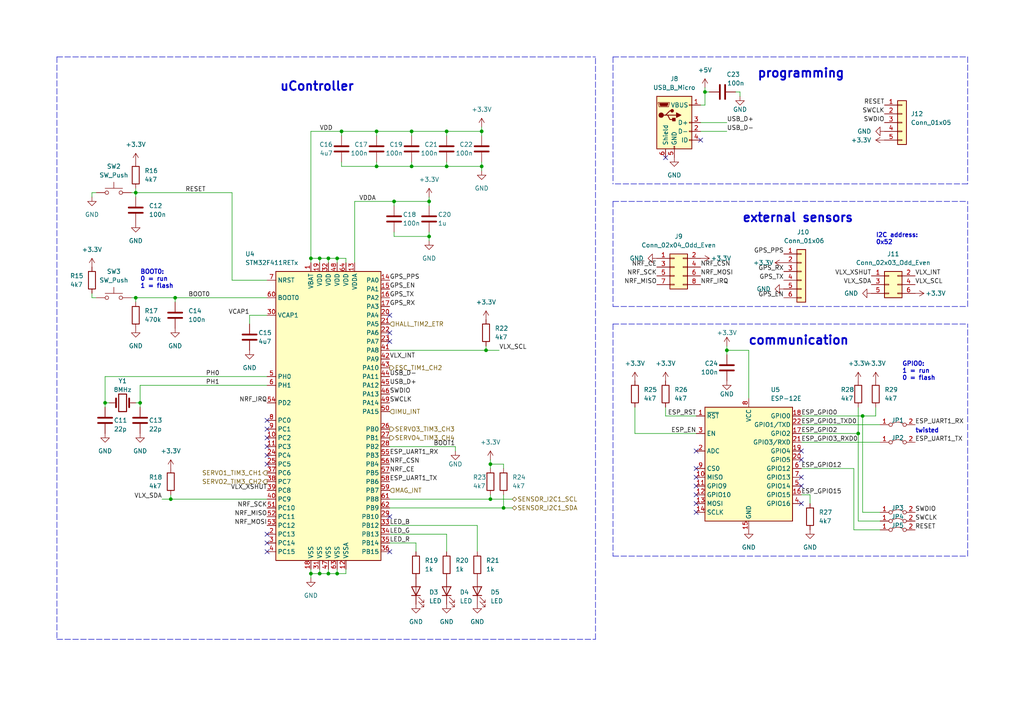
<source format=kicad_sch>
(kicad_sch (version 20211123) (generator eeschema)
  (paper "A4")
  (title_block (title "UAV TVC Goose Flight Controller") (date "2023-07-31") (rev "V2.0"))
  (lib_symbols
    (symbol "Connector:USB_B_Micro" (pin_names (offset 1.016))
      (property "Reference" "J" (at -5.08 11.43 0))
      (property "Value" "USB_B_Micro" (at -5.08 8.89 0))
      (symbol "USB_B_Micro_0_1"
        (rectangle (start -5.08 -7.62) (end 5.08 7.62) (stroke (width 0.254)) (fill (type background)))
        (circle (center -3.81 2.159) (radius 0.635) (stroke (width 0.254)) (fill (type outline)))
        (circle (center -0.635 3.429) (radius 0.381) (stroke (width 0.254)) (fill (type outline)))
        (rectangle (start -0.127 -7.62) (end 0.127 -6.858))
        (polyline (pts (xy -1.905 2.159) (xy 0.635 2.159)) (stroke (width 0.254)))
        (polyline (pts (xy -3.175 2.159) (xy -2.54 2.159) (xy -1.27 3.429) (xy -0.635 3.429)) (stroke (width 0.254)))
        (polyline (pts (xy -2.54 2.159) (xy -1.905 2.159) (xy -1.27 0.889) (xy 0 0.889)) (stroke (width 0.254)))
        (polyline (pts (xy 0.635 2.794) (xy 0.635 1.524) (xy 1.905 2.159) (xy 0.635 2.794)) (stroke (width 0.254)) (fill (type outline)))
        (polyline (pts (xy -4.318 5.588) (xy -1.778 5.588) (xy -2.032 4.826) (xy -4.064 4.826) (xy -4.318 5.588)) (fill (type outline)))
        (polyline (pts (xy -4.699 5.842) (xy -4.699 5.588) (xy -4.445 4.826) (xy -4.445 4.572) (xy -1.651 4.572) (xy -1.651 4.826) (xy -1.397 5.588) (xy -1.397 5.842) (xy -4.699 5.842)))
        (rectangle (start 0.254 1.27) (end -0.508 0.508) (stroke (width 0.254)) (fill (type outline)))
        (rectangle (start 5.08 -5.207) (end 4.318 -4.953))
        (rectangle (start 5.08 -2.667) (end 4.318 -2.413))
        (rectangle (start 5.08 -0.127) (end 4.318 0.127))
        (rectangle (start 5.08 4.953) (end 4.318 5.207))
      )
      (symbol "USB_B_Micro_1_1"
        (pin power_out line (at 7.62 5.08 180) (length 2.54) (name "VBUS") (number "1"))
        (pin bidirectional line (at 7.62 -2.54 180) (length 2.54) (name "D-") (number "2"))
        (pin bidirectional line (at 7.62 0 180) (length 2.54) (name "D+") (number "3"))
        (pin passive line (at 7.62 -5.08 180) (length 2.54) (name "ID") (number "4"))
        (pin power_out line (at 0 -10.16 90) (length 2.54) (name "GND") (number "5"))
        (pin passive line (at -2.54 -10.16 90) (length 2.54) (name "Shield") (number "6"))
      )
    )
    (symbol "Connector_Generic:Conn_01x05" (pin_names (offset 1.016) hide)
      (property "Reference" "J" (at 0 7.62 0))
      (property "Value" "Conn_01x05" (at 0 -7.62 0))
      (symbol "Conn_01x05_1_1"
        (rectangle (start -1.27 -4.953) (end 0 -5.207) (stroke (width 0.1524)))
        (rectangle (start -1.27 -2.413) (end 0 -2.667) (stroke (width 0.1524)))
        (rectangle (start -1.27 0.127) (end 0 -0.127) (stroke (width 0.1524)))
        (rectangle (start -1.27 2.667) (end 0 2.413) (stroke (width 0.1524)))
        (rectangle (start -1.27 5.207) (end 0 4.953) (stroke (width 0.1524)))
        (rectangle (start -1.27 6.35) (end 1.27 -6.35) (stroke (width 0.254)) (fill (type background)))
        (pin passive line (at -5.08 5.08 0) (length 3.81) (name "Pin_1") (number "1"))
        (pin passive line (at -5.08 2.54 0) (length 3.81) (name "Pin_2") (number "2"))
        (pin passive line (at -5.08 0 0) (length 3.81) (name "Pin_3") (number "3"))
        (pin passive line (at -5.08 -2.54 0) (length 3.81) (name "Pin_4") (number "4"))
        (pin passive line (at -5.08 -5.08 0) (length 3.81) (name "Pin_5") (number "5"))
      )
    )
    (symbol "Connector_Generic:Conn_01x06" (pin_names (offset 1.016) hide)
      (property "Reference" "J" (at 0 7.62 0))
      (property "Value" "Conn_01x06" (at 0 -10.16 0))
      (symbol "Conn_01x06_1_1"
        (rectangle (start -1.27 -7.493) (end 0 -7.747) (stroke (width 0.1524)))
        (rectangle (start -1.27 -4.953) (end 0 -5.207) (stroke (width 0.1524)))
        (rectangle (start -1.27 -2.413) (end 0 -2.667) (stroke (width 0.1524)))
        (rectangle (start -1.27 0.127) (end 0 -0.127) (stroke (width 0.1524)))
        (rectangle (start -1.27 2.667) (end 0 2.413) (stroke (width 0.1524)))
        (rectangle (start -1.27 5.207) (end 0 4.953) (stroke (width 0.1524)))
        (rectangle (start -1.27 6.35) (end 1.27 -8.89) (stroke (width 0.254)) (fill (type background)))
        (pin passive line (at -5.08 5.08 0) (length 3.81) (name "Pin_1") (number "1"))
        (pin passive line (at -5.08 2.54 0) (length 3.81) (name "Pin_2") (number "2"))
        (pin passive line (at -5.08 0 0) (length 3.81) (name "Pin_3") (number "3"))
        (pin passive line (at -5.08 -2.54 0) (length 3.81) (name "Pin_4") (number "4"))
        (pin passive line (at -5.08 -5.08 0) (length 3.81) (name "Pin_5") (number "5"))
        (pin passive line (at -5.08 -7.62 0) (length 3.81) (name "Pin_6") (number "6"))
      )
    )
    (symbol "Connector_Generic:Conn_02x03_Odd_Even" (pin_names (offset 1.016) hide)
      (property "Reference" "J" (at 1.27 5.08 0))
      (property "Value" "Conn_02x03_Odd_Even" (at 1.27 -5.08 0))
      (symbol "Conn_02x03_Odd_Even_1_1"
        (rectangle (start -1.27 -2.413) (end 0 -2.667) (stroke (width 0.1524)))
        (rectangle (start -1.27 0.127) (end 0 -0.127) (stroke (width 0.1524)))
        (rectangle (start -1.27 2.667) (end 0 2.413) (stroke (width 0.1524)))
        (rectangle (start -1.27 3.81) (end 3.81 -3.81) (stroke (width 0.254)) (fill (type background)))
        (rectangle (start 3.81 -2.413) (end 2.54 -2.667) (stroke (width 0.1524)))
        (rectangle (start 3.81 0.127) (end 2.54 -0.127) (stroke (width 0.1524)))
        (rectangle (start 3.81 2.667) (end 2.54 2.413) (stroke (width 0.1524)))
        (pin passive line (at -5.08 2.54 0) (length 3.81) (name "Pin_1") (number "1"))
        (pin passive line (at 7.62 2.54 180) (length 3.81) (name "Pin_2") (number "2"))
        (pin passive line (at -5.08 0 0) (length 3.81) (name "Pin_3") (number "3"))
        (pin passive line (at 7.62 0 180) (length 3.81) (name "Pin_4") (number "4"))
        (pin passive line (at -5.08 -2.54 0) (length 3.81) (name "Pin_5") (number "5"))
        (pin passive line (at 7.62 -2.54 180) (length 3.81) (name "Pin_6") (number "6"))
      )
    )
    (symbol "Connector_Generic:Conn_02x04_Odd_Even" (pin_names (offset 1.016) hide)
      (property "Reference" "J" (at 1.27 5.08 0))
      (property "Value" "Conn_02x04_Odd_Even" (at 1.27 -7.62 0))
      (symbol "Conn_02x04_Odd_Even_1_1"
        (rectangle (start -1.27 -4.953) (end 0 -5.207) (stroke (width 0.1524)))
        (rectangle (start -1.27 -2.413) (end 0 -2.667) (stroke (width 0.1524)))
        (rectangle (start -1.27 0.127) (end 0 -0.127) (stroke (width 0.1524)))
        (rectangle (start -1.27 2.667) (end 0 2.413) (stroke (width 0.1524)))
        (rectangle (start -1.27 3.81) (end 3.81 -6.35) (stroke (width 0.254)) (fill (type background)))
        (rectangle (start 3.81 -4.953) (end 2.54 -5.207) (stroke (width 0.1524)))
        (rectangle (start 3.81 -2.413) (end 2.54 -2.667) (stroke (width 0.1524)))
        (rectangle (start 3.81 0.127) (end 2.54 -0.127) (stroke (width 0.1524)))
        (rectangle (start 3.81 2.667) (end 2.54 2.413) (stroke (width 0.1524)))
        (pin passive line (at -5.08 2.54 0) (length 3.81) (name "Pin_1") (number "1"))
        (pin passive line (at 7.62 2.54 180) (length 3.81) (name "Pin_2") (number "2"))
        (pin passive line (at -5.08 0 0) (length 3.81) (name "Pin_3") (number "3"))
        (pin passive line (at 7.62 0 180) (length 3.81) (name "Pin_4") (number "4"))
        (pin passive line (at -5.08 -2.54 0) (length 3.81) (name "Pin_5") (number "5"))
        (pin passive line (at 7.62 -2.54 180) (length 3.81) (name "Pin_6") (number "6"))
        (pin passive line (at -5.08 -5.08 0) (length 3.81) (name "Pin_7") (number "7"))
        (pin passive line (at 7.62 -5.08 180) (length 3.81) (name "Pin_8") (number "8"))
      )
    )
    (symbol "Device:C" (pin_numbers hide) (pin_names (offset 0.254))
      (property "Reference" "C" (at 0.635 2.54 0))
      (property "Value" "C" (at 0.635 -2.54 0))
      (symbol "C_0_1"
        (polyline (pts (xy -2.032 -0.762) (xy 2.032 -0.762)) (stroke (width 0.508)))
        (polyline (pts (xy -2.032 0.762) (xy 2.032 0.762)) (stroke (width 0.508)))
      )
      (symbol "C_1_1"
        (pin passive line (at 0 3.81 270) (length 2.794) (name "~") (number "1"))
        (pin passive line (at 0 -3.81 90) (length 2.794) (name "~") (number "2"))
      )
    )
    (symbol "Device:Crystal" (pin_numbers hide) (pin_names (offset 1.016) hide)
      (property "Reference" "Y" (at 0 3.81 0))
      (property "Value" "Crystal" (at 0 -3.81 0))
      (symbol "Crystal_0_1"
        (rectangle (start -1.143 2.54) (end 1.143 -2.54) (stroke (width 0.3048)))
        (polyline (pts (xy -2.54 0) (xy -1.905 0)))
        (polyline (pts (xy -1.905 -1.27) (xy -1.905 1.27)) (stroke (width 0.508)))
        (polyline (pts (xy 1.905 -1.27) (xy 1.905 1.27)) (stroke (width 0.508)))
        (polyline (pts (xy 2.54 0) (xy 1.905 0)))
      )
      (symbol "Crystal_1_1"
        (pin passive line (at -3.81 0 0) (length 1.27) (name "1") (number "1"))
        (pin passive line (at 3.81 0 180) (length 1.27) (name "2") (number "2"))
      )
    )
    (symbol "Device:LED" (pin_numbers hide) (pin_names (offset 1.016) hide)
      (property "Reference" "D" (at 0 2.54 0))
      (property "Value" "LED" (at 0 -2.54 0))
      (symbol "LED_0_1"
        (polyline (pts (xy -1.27 -1.27) (xy -1.27 1.27)) (stroke (width 0.254)))
        (polyline (pts (xy -1.27 0) (xy 1.27 0)))
        (polyline (pts (xy 1.27 -1.27) (xy 1.27 1.27) (xy -1.27 0) (xy 1.27 -1.27)) (stroke (width 0.254)))
        (polyline (pts (xy -3.048 -0.762) (xy -4.572 -2.286) (xy -3.81 -2.286) (xy -4.572 -2.286) (xy -4.572 -1.524)))
        (polyline (pts (xy -1.778 -0.762) (xy -3.302 -2.286) (xy -2.54 -2.286) (xy -3.302 -2.286) (xy -3.302 -1.524)))
      )
      (symbol "LED_1_1"
        (pin passive line (at -3.81 0 0) (length 2.54) (name "K") (number "1"))
        (pin passive line (at 3.81 0 180) (length 2.54) (name "A") (number "2"))
      )
    )
    (symbol "Device:R" (pin_numbers hide) (pin_names (offset 0))
      (property "Reference" "R" (at 2.032 0 90))
      (property "Value" "R" (at 0 0 90))
      (symbol "R_0_1"
        (rectangle (start -1.016 -2.54) (end 1.016 2.54) (stroke (width 0.254)))
      )
      (symbol "R_1_1"
        (pin passive line (at 0 3.81 270) (length 1.27) (name "~") (number "1"))
        (pin passive line (at 0 -3.81 90) (length 1.27) (name "~") (number "2"))
      )
    )
    (symbol "Jumper:Jumper_2_Bridged" (pin_names (offset 0) hide)
      (property "Reference" "JP" (at 0 1.905 0))
      (property "Value" "Jumper_2_Bridged" (at 0 -2.54 0))
      (symbol "Jumper_2_Bridged_0_0"
        (circle (center -2.032 0) (radius 0.508))
        (circle (center 2.032 0) (radius 0.508))
      )
      (symbol "Jumper_2_Bridged_0_1"
        (arc (start 1.524 0.254) (mid 0 0.762) (end -1.524 0.254))
      )
      (symbol "Jumper_2_Bridged_1_1"
        (pin passive line (at -5.08 0 0) (length 2.54) (name "A") (number "1"))
        (pin passive line (at 5.08 0 180) (length 2.54) (name "B") (number "2"))
      )
    )
    (symbol "MCU_ST_STM32F4:STM32F411RETx"
      (property "Reference" "U" (at -15.24 41.91 0))
      (property "Value" "STM32F411RETx" (at 10.16 41.91 0))
      (symbol "STM32F411RETx_0_1"
        (rectangle (start -15.24 -43.18) (end 15.24 40.64) (stroke (width 0.254)) (fill (type background)))
      )
      (symbol "STM32F411RETx_1_1"
        (pin power_in line (at -5.08 43.18 270) (length 2.54) (name "VBAT") (number "1"))
        (pin bidirectional line (at -17.78 -7.62 0) (length 2.54) (name "PC2") (number "10"))
        (pin bidirectional line (at -17.78 -10.16 0) (length 2.54) (name "PC3") (number "11"))
        (pin power_in line (at 5.08 -45.72 90) (length 2.54) (name "VSSA") (number "12"))
        (pin power_in line (at 7.62 43.18 270) (length 2.54) (name "VDDA") (number "13"))
        (pin bidirectional line (at 17.78 38.1 180) (length 2.54) (name "PA0") (number "14"))
        (pin bidirectional line (at 17.78 35.56 180) (length 2.54) (name "PA1") (number "15"))
        (pin bidirectional line (at 17.78 33.02 180) (length 2.54) (name "PA2") (number "16"))
        (pin bidirectional line (at 17.78 30.48 180) (length 2.54) (name "PA3") (number "17"))
        (pin power_in line (at -5.08 -45.72 90) (length 2.54) (name "VSS") (number "18"))
        (pin power_in line (at -2.54 43.18 270) (length 2.54) (name "VDD") (number "19"))
        (pin bidirectional line (at -17.78 -35.56 0) (length 2.54) (name "PC13") (number "2"))
        (pin bidirectional line (at 17.78 27.94 180) (length 2.54) (name "PA4") (number "20"))
        (pin bidirectional line (at 17.78 25.4 180) (length 2.54) (name "PA5") (number "21"))
        (pin bidirectional line (at 17.78 22.86 180) (length 2.54) (name "PA6") (number "22"))
        (pin bidirectional line (at 17.78 20.32 180) (length 2.54) (name "PA7") (number "23"))
        (pin bidirectional line (at -17.78 -12.7 0) (length 2.54) (name "PC4") (number "24"))
        (pin bidirectional line (at -17.78 -15.24 0) (length 2.54) (name "PC5") (number "25"))
        (pin bidirectional line (at 17.78 -5.08 180) (length 2.54) (name "PB0") (number "26"))
        (pin bidirectional line (at 17.78 -7.62 180) (length 2.54) (name "PB1") (number "27"))
        (pin bidirectional line (at 17.78 -10.16 180) (length 2.54) (name "PB2") (number "28"))
        (pin bidirectional line (at 17.78 -30.48 180) (length 2.54) (name "PB10") (number "29"))
        (pin bidirectional line (at -17.78 -38.1 0) (length 2.54) (name "PC14") (number "3"))
        (pin power_in line (at -17.78 27.94 0) (length 2.54) (name "VCAP1") (number "30"))
        (pin power_in line (at -2.54 -45.72 90) (length 2.54) (name "VSS") (number "31"))
        (pin power_in line (at 0 43.18 270) (length 2.54) (name "VDD") (number "32"))
        (pin bidirectional line (at 17.78 -33.02 180) (length 2.54) (name "PB12") (number "33"))
        (pin bidirectional line (at 17.78 -35.56 180) (length 2.54) (name "PB13") (number "34"))
        (pin bidirectional line (at 17.78 -38.1 180) (length 2.54) (name "PB14") (number "35"))
        (pin bidirectional line (at 17.78 -40.64 180) (length 2.54) (name "PB15") (number "36"))
        (pin bidirectional line (at -17.78 -17.78 0) (length 2.54) (name "PC6") (number "37"))
        (pin bidirectional line (at -17.78 -20.32 0) (length 2.54) (name "PC7") (number "38"))
        (pin bidirectional line (at -17.78 -22.86 0) (length 2.54) (name "PC8") (number "39"))
        (pin bidirectional line (at -17.78 -40.64 0) (length 2.54) (name "PC15") (number "4"))
        (pin bidirectional line (at -17.78 -25.4 0) (length 2.54) (name "PC9") (number "40"))
        (pin bidirectional line (at 17.78 17.78 180) (length 2.54) (name "PA8") (number "41"))
        (pin bidirectional line (at 17.78 15.24 180) (length 2.54) (name "PA9") (number "42"))
        (pin bidirectional line (at 17.78 12.7 180) (length 2.54) (name "PA10") (number "43"))
        (pin bidirectional line (at 17.78 10.16 180) (length 2.54) (name "PA11") (number "44"))
        (pin bidirectional line (at 17.78 7.62 180) (length 2.54) (name "PA12") (number "45"))
        (pin bidirectional line (at 17.78 5.08 180) (length 2.54) (name "PA13") (number "46"))
        (pin power_in line (at 0 -45.72 90) (length 2.54) (name "VSS") (number "47"))
        (pin power_in line (at 2.54 43.18 270) (length 2.54) (name "VDD") (number "48"))
        (pin bidirectional line (at 17.78 2.54 180) (length 2.54) (name "PA14") (number "49"))
        (pin input line (at -17.78 10.16 0) (length 2.54) (name "PH0") (number "5"))
        (pin bidirectional line (at 17.78 0 180) (length 2.54) (name "PA15") (number "50"))
        (pin bidirectional line (at -17.78 -27.94 0) (length 2.54) (name "PC10") (number "51"))
        (pin bidirectional line (at -17.78 -30.48 0) (length 2.54) (name "PC11") (number "52"))
        (pin bidirectional line (at -17.78 -33.02 0) (length 2.54) (name "PC12") (number "53"))
        (pin bidirectional line (at -17.78 2.54 0) (length 2.54) (name "PD2") (number "54"))
        (pin bidirectional line (at 17.78 -12.7 180) (length 2.54) (name "PB3") (number "55"))
        (pin bidirectional line (at 17.78 -15.24 180) (length 2.54) (name "PB4") (number "56"))
        (pin bidirectional line (at 17.78 -17.78 180) (length 2.54) (name "PB5") (number "57"))
        (pin bidirectional line (at 17.78 -20.32 180) (length 2.54) (name "PB6") (number "58"))
        (pin bidirectional line (at 17.78 -22.86 180) (length 2.54) (name "PB7") (number "59"))
        (pin input line (at -17.78 7.62 0) (length 2.54) (name "PH1") (number "6"))
        (pin input line (at -17.78 33.02 0) (length 2.54) (name "BOOT0") (number "60"))
        (pin bidirectional line (at 17.78 -25.4 180) (length 2.54) (name "PB8") (number "61"))
        (pin bidirectional line (at 17.78 -27.94 180) (length 2.54) (name "PB9") (number "62"))
        (pin power_in line (at 2.54 -45.72 90) (length 2.54) (name "VSS") (number "63"))
        (pin power_in line (at 5.08 43.18 270) (length 2.54) (name "VDD") (number "64"))
        (pin input line (at -17.78 38.1 0) (length 2.54) (name "NRST") (number "7"))
        (pin bidirectional line (at -17.78 -2.54 0) (length 2.54) (name "PC0") (number "8"))
        (pin bidirectional line (at -17.78 -5.08 0) (length 2.54) (name "PC1") (number "9"))
      )
    )
    (symbol "RF_Module:ESP-12E"
      (property "Reference" "U" (at -12.7 19.05 0))
      (property "Value" "ESP-12E" (at 12.7 19.05 0))
      (symbol "ESP-12E_0_1"
        (rectangle (start -12.7 17.78) (end 12.7 -15.24) (stroke (width 0.254)) (fill (type background)))
      )
      (symbol "ESP-12E_1_1"
        (pin input line (at -15.24 15.24 0) (length 2.54) (name "~{RST}") (number "1"))
        (pin bidirectional line (at -15.24 -2.54 0) (length 2.54) (name "MISO") (number "10"))
        (pin bidirectional line (at -15.24 -5.08 0) (length 2.54) (name "GPIO9") (number "11"))
        (pin bidirectional line (at -15.24 -7.62 0) (length 2.54) (name "GPIO10") (number "12"))
        (pin bidirectional line (at -15.24 -10.16 0) (length 2.54) (name "MOSI") (number "13"))
        (pin bidirectional line (at -15.24 -12.7 0) (length 2.54) (name "SCLK") (number "14"))
        (pin power_in line (at 0 -17.78 90) (length 2.54) (name "GND") (number "15"))
        (pin bidirectional line (at 15.24 -7.62 180) (length 2.54) (name "GPIO15") (number "16"))
        (pin bidirectional line (at 15.24 10.16 180) (length 2.54) (name "GPIO2") (number "17"))
        (pin bidirectional line (at 15.24 15.24 180) (length 2.54) (name "GPIO0") (number "18"))
        (pin bidirectional line (at 15.24 5.08 180) (length 2.54) (name "GPIO4") (number "19"))
        (pin input line (at -15.24 5.08 0) (length 2.54) (name "ADC") (number "2"))
        (pin bidirectional line (at 15.24 2.54 180) (length 2.54) (name "GPIO5") (number "20"))
        (pin bidirectional line (at 15.24 7.62 180) (length 2.54) (name "GPIO3/RXD") (number "21"))
        (pin bidirectional line (at 15.24 12.7 180) (length 2.54) (name "GPIO1/TXD") (number "22"))
        (pin input line (at -15.24 10.16 0) (length 2.54) (name "EN") (number "3"))
        (pin bidirectional line (at 15.24 -10.16 180) (length 2.54) (name "GPIO16") (number "4"))
        (pin bidirectional line (at 15.24 -5.08 180) (length 2.54) (name "GPIO14") (number "5"))
        (pin bidirectional line (at 15.24 0 180) (length 2.54) (name "GPIO12") (number "6"))
        (pin bidirectional line (at 15.24 -2.54 180) (length 2.54) (name "GPIO13") (number "7"))
        (pin power_in line (at 0 20.32 270) (length 2.54) (name "VCC") (number "8"))
        (pin input line (at -15.24 0 0) (length 2.54) (name "CS0") (number "9"))
      )
    )
    (symbol "Switch:SW_Push" (pin_numbers hide) (pin_names (offset 1.016) hide)
      (property "Reference" "SW" (at 1.27 2.54 0))
      (property "Value" "SW_Push" (at 0 -1.524 0))
      (symbol "SW_Push_0_1"
        (circle (center -2.032 0) (radius 0.508))
        (polyline (pts (xy 0 1.27) (xy 0 3.048)))
        (polyline (pts (xy 2.54 1.27) (xy -2.54 1.27)))
        (circle (center 2.032 0) (radius 0.508))
        (pin passive line (at -5.08 0 0) (length 2.54) (name "1") (number "1"))
        (pin passive line (at 5.08 0 180) (length 2.54) (name "2") (number "2"))
      )
    )
    (symbol "power:+3.3V" (power) (pin_names (offset 0))
      (property "Value" "+3.3V" (at 0 3.556 0))
      (symbol "+3.3V_0_1"
        (polyline (pts (xy -0.762 1.27) (xy 0 2.54)))
        (polyline (pts (xy 0 0) (xy 0 2.54)))
        (polyline (pts (xy 0 2.54) (xy 0.762 1.27)))
      )
      (symbol "+3.3V_1_1"
        (pin power_in line (at 0 0 90) (length 0) hide (name "+3.3V") (number "1"))
      )
    )
    (symbol "power:+5V" (power) (pin_names (offset 0))
      (property "Value" "+5V" (at 0 3.556 0))
      (symbol "+5V_0_1"
        (polyline (pts (xy -0.762 1.27) (xy 0 2.54)))
        (polyline (pts (xy 0 0) (xy 0 2.54)))
        (polyline (pts (xy 0 2.54) (xy 0.762 1.27)))
      )
      (symbol "+5V_1_1"
        (pin power_in line (at 0 0 90) (length 0) hide (name "+5V") (number "1"))
      )
    )
    (symbol "power:GND" (power) (pin_names (offset 0))
      (property "Value" "GND" (at 0 -3.81 0))
      (symbol "GND_0_1"
        (polyline (pts (xy 0 0) (xy 0 -1.27) (xy 1.27 -1.27) (xy 0 -2.54) (xy -1.27 -1.27) (xy 0 -1.27)))
      )
      (symbol "GND_1_1"
        (pin power_in line (at 0 0 270) (length 0) hide (name "GND") (number "1"))
      )
    )
  )
  (junction (at 250.19 120.65))
  (junction (at 99.06 38.1))
  (junction (at 40.64 116.84))
  (junction (at 124.46 58.42))
  (junction (at 39.37 55.88))
  (junction (at 142.24 144.78))
  (junction (at 146.05 147.32))
  (junction (at 119.38 38.1))
  (junction (at 248.92 125.73))
  (junction (at 97.79 74.93))
  (junction (at 39.37 86.36))
  (junction (at 109.22 38.1))
  (junction (at 92.71 74.93))
  (junction (at 109.22 48.26))
  (junction (at 95.25 74.93))
  (junction (at 95.25 166.37))
  (junction (at 114.3 58.42))
  (junction (at 139.7 48.26))
  (junction (at 124.46 68.58))
  (junction (at 204.47 26.67))
  (junction (at 119.38 48.26))
  (junction (at 210.82 101.6))
  (junction (at 50.8 86.36))
  (junction (at 142.24 134.62))
  (junction (at 139.7 38.1))
  (junction (at 129.54 48.26))
  (junction (at 90.17 74.93))
  (junction (at 97.79 166.37))
  (junction (at 140.97 101.6))
  (junction (at 49.53 144.78))
  (junction (at 129.54 38.1))
  (junction (at 30.48 116.84))
  (junction (at 90.17 166.37))
  (junction (at 92.71 166.37))
  (no_connect (at 113.03 99.06))
  (no_connect (at 77.47 124.46))
  (no_connect (at 113.03 149.86))
  (no_connect (at 201.93 148.59))
  (no_connect (at 201.93 140.97))
  (no_connect (at 203.2 40.64))
  (no_connect (at 77.47 129.54))
  (no_connect (at 77.47 154.94))
  (no_connect (at 77.47 157.48))
  (no_connect (at 113.03 91.44))
  (no_connect (at 201.93 130.81))
  (no_connect (at 232.41 146.05))
  (no_connect (at 232.41 138.43))
  (no_connect (at 232.41 130.81))
  (no_connect (at 232.41 133.35))
  (no_connect (at 232.41 140.97))
  (no_connect (at 201.93 143.51))
  (no_connect (at 77.47 121.92))
  (no_connect (at 193.04 45.72))
  (no_connect (at 77.47 127))
  (no_connect (at 77.47 134.62))
  (no_connect (at 77.47 132.08))
  (no_connect (at 201.93 135.89))
  (no_connect (at 77.47 160.02))
  (no_connect (at 113.03 96.52))
  (no_connect (at 113.03 160.02))
  (no_connect (at 201.93 146.05))
  (no_connect (at 201.93 138.43))
  (wire (pts (xy 140.97 101.6) (xy 144.78 101.6)))
  (wire (pts (xy 102.87 76.2) (xy 102.87 58.42)))
  (wire (pts (xy 95.25 166.37) (xy 97.79 166.37)))
  (wire (pts (xy 124.46 68.58) (xy 124.46 67.31)))
  (polyline (pts (xy 172.72 185.42) (xy 172.72 16.51)))
  (wire (pts (xy 27.94 55.88) (xy 26.67 55.88)))
  (wire (pts (xy 213.36 26.67) (xy 214.63 26.67)))
  (wire (pts (xy 250.19 120.65) (xy 254 120.65)))
  (wire (pts (xy 232.41 135.89) (xy 247.65 135.89)))
  (wire (pts (xy 77.47 109.22) (xy 30.48 109.22)))
  (wire (pts (xy 39.37 86.36) (xy 39.37 87.63)))
  (wire (pts (xy 102.87 58.42) (xy 114.3 58.42)))
  (wire (pts (xy 95.25 74.93) (xy 95.25 76.2)))
  (wire (pts (xy 139.7 38.1) (xy 139.7 39.37)))
  (wire (pts (xy 139.7 36.83) (xy 139.7 38.1)))
  (wire (pts (xy 109.22 48.26) (xy 99.06 48.26)))
  (wire (pts (xy 114.3 58.42) (xy 124.46 58.42)))
  (wire (pts (xy 124.46 69.85) (xy 124.46 68.58)))
  (wire (pts (xy 139.7 48.26) (xy 139.7 46.99)))
  (wire (pts (xy 119.38 48.26) (xy 109.22 48.26)))
  (wire (pts (xy 113.03 144.78) (xy 142.24 144.78)))
  (wire (pts (xy 234.95 143.51) (xy 234.95 146.05)))
  (wire (pts (xy 30.48 116.84) (xy 31.75 116.84)))
  (polyline (pts (xy 16.51 16.51) (xy 172.72 16.51)))
  (wire (pts (xy 248.92 125.73) (xy 248.92 151.13)))
  (wire (pts (xy 50.8 86.36) (xy 77.47 86.36)))
  (polyline (pts (xy 177.8 58.42) (xy 280.67 58.42)))
  (polyline (pts (xy 16.51 16.51) (xy 16.51 185.42)))
  (wire (pts (xy 132.08 130.81) (xy 132.08 129.54)))
  (wire (pts (xy 232.41 125.73) (xy 248.92 125.73)))
  (wire (pts (xy 30.48 116.84) (xy 30.48 118.11)))
  (wire (pts (xy 95.25 74.93) (xy 97.79 74.93)))
  (wire (pts (xy 204.47 26.67) (xy 204.47 25.4)))
  (wire (pts (xy 139.7 48.26) (xy 129.54 48.26)))
  (wire (pts (xy 38.1 86.36) (xy 39.37 86.36)))
  (wire (pts (xy 39.37 55.88) (xy 67.31 55.88)))
  (wire (pts (xy 67.31 55.88) (xy 67.31 81.28)))
  (wire (pts (xy 90.17 165.1) (xy 90.17 166.37)))
  (wire (pts (xy 146.05 147.32) (xy 148.59 147.32)))
  (wire (pts (xy 92.71 74.93) (xy 95.25 74.93)))
  (wire (pts (xy 132.08 129.54) (xy 113.03 129.54)))
  (wire (pts (xy 203.2 35.56) (xy 210.82 35.56)))
  (wire (pts (xy 119.38 38.1) (xy 119.38 39.37)))
  (wire (pts (xy 77.47 111.76) (xy 40.64 111.76)))
  (polyline (pts (xy 16.51 185.42) (xy 172.72 185.42)))
  (wire (pts (xy 142.24 133.35) (xy 142.24 134.62)))
  (wire (pts (xy 92.71 165.1) (xy 92.71 166.37)))
  (polyline (pts (xy 177.8 161.29) (xy 280.67 161.29)))
  (wire (pts (xy 40.64 111.76) (xy 40.64 116.84)))
  (wire (pts (xy 124.46 58.42) (xy 124.46 59.69)))
  (wire (pts (xy 210.82 100.33) (xy 210.82 101.6)))
  (wire (pts (xy 124.46 68.58) (xy 114.3 68.58)))
  (wire (pts (xy 129.54 38.1) (xy 119.38 38.1)))
  (wire (pts (xy 248.92 151.13) (xy 255.27 151.13)))
  (wire (pts (xy 38.1 55.88) (xy 39.37 55.88)))
  (wire (pts (xy 109.22 38.1) (xy 109.22 39.37)))
  (wire (pts (xy 138.43 152.4) (xy 138.43 160.02)))
  (wire (pts (xy 97.79 166.37) (xy 97.79 165.1)))
  (wire (pts (xy 113.03 101.6) (xy 140.97 101.6)))
  (wire (pts (xy 232.41 120.65) (xy 250.19 120.65)))
  (wire (pts (xy 146.05 147.32) (xy 146.05 143.51)))
  (wire (pts (xy 129.54 154.94) (xy 129.54 160.02)))
  (wire (pts (xy 139.7 38.1) (xy 129.54 38.1)))
  (wire (pts (xy 247.65 153.67) (xy 255.27 153.67)))
  (wire (pts (xy 119.38 38.1) (xy 109.22 38.1)))
  (wire (pts (xy 124.46 58.42) (xy 124.46 57.15)))
  (wire (pts (xy 67.31 81.28) (xy 77.47 81.28)))
  (polyline (pts (xy 280.67 53.34) (xy 177.8 53.34)))
  (wire (pts (xy 248.92 125.73) (xy 248.92 118.11)))
  (wire (pts (xy 204.47 30.48) (xy 204.47 26.67)))
  (polyline (pts (xy 280.67 16.51) (xy 280.67 53.34)))
  (polyline (pts (xy 177.8 93.98) (xy 280.67 93.98)))
  (wire (pts (xy 204.47 26.67) (xy 205.74 26.67)))
  (wire (pts (xy 26.67 55.88) (xy 26.67 57.15)))
  (wire (pts (xy 92.71 166.37) (xy 95.25 166.37)))
  (wire (pts (xy 129.54 48.26) (xy 119.38 48.26)))
  (wire (pts (xy 92.71 74.93) (xy 92.71 76.2)))
  (wire (pts (xy 232.41 143.51) (xy 234.95 143.51)))
  (wire (pts (xy 90.17 166.37) (xy 90.17 167.64)))
  (polyline (pts (xy 280.67 88.9) (xy 280.67 58.42)))
  (wire (pts (xy 113.03 154.94) (xy 129.54 154.94)))
  (wire (pts (xy 95.25 166.37) (xy 95.25 165.1)))
  (wire (pts (xy 27.94 86.36) (xy 26.67 86.36)))
  (wire (pts (xy 119.38 48.26) (xy 119.38 46.99)))
  (wire (pts (xy 49.53 144.78) (xy 77.47 144.78)))
  (polyline (pts (xy 177.8 93.98) (xy 177.8 161.29)))
  (wire (pts (xy 120.65 157.48) (xy 120.65 160.02)))
  (wire (pts (xy 90.17 166.37) (xy 92.71 166.37)))
  (wire (pts (xy 109.22 48.26) (xy 109.22 46.99)))
  (wire (pts (xy 72.39 91.44) (xy 72.39 93.98)))
  (wire (pts (xy 217.17 115.57) (xy 217.17 101.6)))
  (wire (pts (xy 77.47 91.44) (xy 72.39 91.44)))
  (wire (pts (xy 39.37 86.36) (xy 50.8 86.36)))
  (wire (pts (xy 142.24 144.78) (xy 148.59 144.78)))
  (wire (pts (xy 217.17 101.6) (xy 210.82 101.6)))
  (wire (pts (xy 113.03 152.4) (xy 138.43 152.4)))
  (wire (pts (xy 193.04 120.65) (xy 201.93 120.65)))
  (wire (pts (xy 114.3 58.42) (xy 114.3 59.69)))
  (wire (pts (xy 39.37 55.88) (xy 39.37 54.61)))
  (wire (pts (xy 109.22 38.1) (xy 99.06 38.1)))
  (wire (pts (xy 232.41 128.27) (xy 255.27 128.27)))
  (wire (pts (xy 113.03 157.48) (xy 120.65 157.48)))
  (wire (pts (xy 193.04 118.11) (xy 193.04 120.65)))
  (wire (pts (xy 90.17 38.1) (xy 90.17 74.93)))
  (wire (pts (xy 100.33 166.37) (xy 100.33 165.1)))
  (wire (pts (xy 90.17 74.93) (xy 92.71 74.93)))
  (polyline (pts (xy 177.8 16.51) (xy 280.67 16.51)))
  (wire (pts (xy 203.2 38.1) (xy 210.82 38.1)))
  (wire (pts (xy 254 118.11) (xy 254 120.65)))
  (wire (pts (xy 129.54 38.1) (xy 129.54 39.37)))
  (wire (pts (xy 40.64 116.84) (xy 40.64 118.11)))
  (wire (pts (xy 97.79 74.93) (xy 100.33 74.93)))
  (wire (pts (xy 142.24 144.78) (xy 142.24 143.51)))
  (wire (pts (xy 46.99 144.78) (xy 49.53 144.78)))
  (wire (pts (xy 139.7 49.53) (xy 139.7 48.26)))
  (wire (pts (xy 50.8 86.36) (xy 50.8 87.63)))
  (wire (pts (xy 99.06 48.26) (xy 99.06 46.99)))
  (wire (pts (xy 114.3 68.58) (xy 114.3 67.31)))
  (polyline (pts (xy 280.67 161.29) (xy 280.67 93.98)))
  (wire (pts (xy 97.79 74.93) (xy 97.79 76.2)))
  (wire (pts (xy 97.79 166.37) (xy 100.33 166.37)))
  (wire (pts (xy 99.06 38.1) (xy 99.06 39.37)))
  (wire (pts (xy 49.53 143.51) (xy 49.53 144.78)))
  (wire (pts (xy 140.97 100.33) (xy 140.97 101.6)))
  (polyline (pts (xy 177.8 16.51) (xy 177.8 53.34)))
  (wire (pts (xy 184.15 125.73) (xy 201.93 125.73)))
  (wire (pts (xy 203.2 30.48) (xy 204.47 30.48)))
  (wire (pts (xy 142.24 134.62) (xy 142.24 135.89)))
  (wire (pts (xy 210.82 101.6) (xy 210.82 102.87)))
  (polyline (pts (xy 177.8 58.42) (xy 177.8 88.9)))
  (wire (pts (xy 26.67 86.36) (xy 26.67 85.09)))
  (wire (pts (xy 90.17 76.2) (xy 90.17 74.93)))
  (wire (pts (xy 113.03 147.32) (xy 146.05 147.32)))
  (wire (pts (xy 39.37 55.88) (xy 39.37 57.15)))
  (wire (pts (xy 129.54 48.26) (xy 129.54 46.99)))
  (wire (pts (xy 232.41 123.19) (xy 255.27 123.19)))
  (wire (pts (xy 184.15 118.11) (xy 184.15 125.73)))
  (wire (pts (xy 247.65 135.89) (xy 247.65 153.67)))
  (polyline (pts (xy 177.8 88.9) (xy 280.67 88.9)))
  (wire (pts (xy 250.19 148.59) (xy 255.27 148.59)))
  (wire (pts (xy 30.48 109.22) (xy 30.48 116.84)))
  (wire (pts (xy 100.33 74.93) (xy 100.33 76.2)))
  (wire (pts (xy 214.63 26.67) (xy 214.63 27.94)))
  (wire (pts (xy 146.05 134.62) (xy 146.05 135.89)))
  (wire (pts (xy 90.17 38.1) (xy 99.06 38.1)))
  (wire (pts (xy 40.64 116.84) (xy 39.37 116.84)))
  (wire (pts (xy 142.24 134.62) (xy 146.05 134.62)))
  (wire (pts (xy 250.19 120.65) (xy 250.19 148.59)))
  (text "BOOT0:\n0 = run\n1 = flash" (at 40.64 83.82 0) (effects (font (size 1.27 1.27) (thickness 0.254) bold) (justify left bottom)))
  (text "programming" (at 245.11 22.86 180) (effects (font (size 2.54 2.54) (thickness 0.508) bold) (justify right bottom)))
  (text "I2C address:\n0x52" (at 254 71.12 0) (effects (font (size 1.27 1.27) (thickness 0.254) bold) (justify left bottom)))
  (text "GPIO0:\n1 = run\n0 = flash" (at 261.62 110.49 0) (effects (font (size 1.27 1.27) (thickness 0.254) bold) (justify left bottom)))
  (text "external sensors" (at 247.65 64.77 180) (effects (font (size 2.54 2.54) (thickness 0.508) bold) (justify right bottom)))
  (text "communication" (at 246.38 100.33 180) (effects (font (size 2.54 2.54) (thickness 0.508) bold) (justify right bottom)))
  (text "uController" (at 102.87 26.67 180) (effects (font (size 2.54 2.54) (thickness 0.508) bold) (justify right bottom)))
  (text "twisted" (at 265.43 125.73 0) (effects (font (size 1.27 1.27) (thickness 0.254) bold) (justify left bottom)))
  (label "NRF_CE" (at 113.03 137.16 0))
  (label "GPS_RX" (at 227.33 78.74 180))
  (label "NRF_SCK" (at 77.47 147.32 180))
  (label "VLX_SCL" (at 144.78 101.6 0))
  (label "GPS_PPS" (at 113.03 81.28 0))
  (label "NRF_IRQ" (at 203.2 82.55 0))
  (label "NRF_CSN" (at 203.2 77.47 0))
  (label "GPS_TX" (at 113.03 86.36 0))
  (label "LED_B" (at 113.03 152.4 0))
  (label "LED_R" (at 113.03 157.48 0))
  (label "ESP_UART1_TX" (at 113.03 139.7 0))
  (label "USB_D+" (at 113.03 111.76 0))
  (label "GPS_EN" (at 113.03 83.82 0))
  (label "NRF_CE" (at 190.5 77.47 180))
  (label "ESP_GPIO15" (at 232.41 143.51 0))
  (label "SWCLK" (at 265.43 151.13 0))
  (label "ESP_GPIO12" (at 232.41 135.89 0))
  (label "NRF_CSN" (at 113.03 134.62 0))
  (label "NRF_MISO" (at 77.47 149.86 180))
  (label "ESP_GPIO1_TXD0" (at 232.41 123.19 0))
  (label "BOOT0" (at 54.61 86.36 0))
  (label "VLX_SCL" (at 265.43 82.55 0))
  (label "ESP_GPIO0" (at 232.41 120.65 0))
  (label "VDD" (at 96.52 38.1 180))
  (label "ESP_GPIO2" (at 232.41 125.73 0))
  (label "NRF_MOSI" (at 203.2 80.01 0))
  (label "ESP_GPIO3_RXD0" (at 232.41 128.27 0))
  (label "PH1" (at 59.69 111.76 0))
  (label "VLX_XSHUT" (at 252.73 80.01 180))
  (label "PH0" (at 59.69 109.22 0))
  (label "GPS_TX" (at 227.33 81.28 180))
  (label "NRF_IRQ" (at 77.47 116.84 180))
  (label "VLX_INT" (at 265.43 80.01 0))
  (label "SWCLK" (at 113.03 116.84 0))
  (label "VCAP1" (at 72.39 91.44 180))
  (label "ESP_UART1_RX" (at 265.43 123.19 0))
  (label "VLX_INT" (at 113.03 104.14 0))
  (label "RESET" (at 256.54 30.48 180))
  (label "USB_D+" (at 210.82 35.56 0))
  (label "VLX_SDA" (at 46.99 144.78 180))
  (label "SWDIO" (at 113.03 114.3 0))
  (label "GPS_RX" (at 113.03 88.9 0))
  (label "LED_G" (at 113.03 154.94 0))
  (label "NRF_SCK" (at 190.5 80.01 180))
  (label "SWDIO" (at 256.54 35.56 180))
  (label "RESET" (at 59.69 55.88 180))
  (label "USB_D-" (at 113.03 109.22 0))
  (label "NRF_MISO" (at 190.5 82.55 180))
  (label "VLX_XSHUT" (at 77.47 142.24 180))
  (label "VDDA" (at 104.14 58.42 0))
  (label "VLX_SDA" (at 252.73 82.55 180))
  (label "GPS_PPS" (at 227.33 73.66 180))
  (label "RESET" (at 265.43 153.67 0))
  (label "ESP_UART1_TX" (at 265.43 128.27 0))
  (label "BOOT1" (at 125.73 129.54 0))
  (label "USB_D-" (at 210.82 38.1 0))
  (label "NRF_MOSI" (at 77.47 152.4 180))
  (label "SWCLK" (at 256.54 33.02 180))
  (label "SWDIO" (at 265.43 148.59 0))
  (label "ESP_EN" (at 201.93 125.73 180))
  (label "GPS_EN" (at 227.33 86.36 180))
  (label "ESP_RST" (at 201.93 120.65 180))
  (label "ESP_UART1_RX" (at 113.03 132.08 0))
  (hierarchical_label "SENSOR_I2C1_SDA" (shape bidirectional) (at 148.59 147.32 0))
  (hierarchical_label "SERVO2_TIM3_CH2" (shape output) (at 77.47 139.7 180))
  (hierarchical_label "ESC_TIM1_CH2" (shape output) (at 113.03 106.68 0))
  (hierarchical_label "SERVO1_TIM3_CH1" (shape output) (at 77.47 137.16 180))
  (hierarchical_label "SERVO3_TIM3_CH3" (shape output) (at 113.03 124.46 0))
  (hierarchical_label "SENSOR_I2C1_SCL" (shape bidirectional) (at 148.59 144.78 0))
  (hierarchical_label "SERVO4_TIM3_CH4" (shape output) (at 113.03 127 0))
  (hierarchical_label "HALL_TIM2_ETR" (shape input) (at 113.03 93.98 0))
  (hierarchical_label "IMU_INT" (shape input) (at 113.03 119.38 0))
  (hierarchical_label "MAG_INT" (shape input) (at 113.03 142.24 0))
  (symbol (lib_id "Device:R") (at 39.37 50.8 0) (unit 1)
    (property "Reference" "R16" (at 41.91 49.5299 0) (effects (justify left)))
    (property "Value" "4k7" (at 41.91 52.0699 0) (effects (justify left)))
    (property "Footprint" "Resistor_SMD:R_0603_1608Metric" (effects hide))
  )
  (symbol (lib_id "power:GND") (at 256.54 38.1 270) (unit 1)
    (property "Reference" "#PWR071" (effects hide))
    (property "Value" "GND" (at 252.73 38.1 90) (effects (justify right)))
  )
  (symbol (lib_id "Jumper:Jumper_2_Bridged") (at 260.35 151.13 0) (unit 1)
    (property "Reference" "JP4" (at 260.35 149.86 0))
    (property "Value" " " (at 260.35 147.32 0))
    (property "Footprint" "Jumper:SolderJumper-2_P1.3mm_Open_TrianglePad1.0x1.5mm" (effects hide))
  )
  (symbol (lib_id "Device:Crystal") (at 35.56 116.84 0) (unit 1)
    (property "Reference" "Y1" (at 35.56 110.49 0))
    (property "Value" "8MHz" (at 35.56 113.03 0))
    (property "Footprint" "Crystal:Crystal_SMD_5032-2Pin_5.0x3.2mm" (effects hide))
  )
  (symbol (lib_id "power:+3.3V") (at 49.53 135.89 0) (unit 1)
    (property "Reference" "#PWR041" (effects hide))
    (property "Value" "+3.3V" (at 49.53 130.81 0))
  )
  (symbol (lib_id "power:+3.3V") (at 203.2 74.93 270) (unit 1)
    (property "Reference" "#PWR059" (effects hide))
    (property "Value" "+3.3V" (at 212.09 74.93 90) (effects (justify right)))
  )
  (symbol (lib_id "Jumper:Jumper_2_Bridged") (at 260.35 153.67 0) (unit 1)
    (property "Reference" "JP5" (at 260.35 152.4 0))
    (property "Value" " " (at 260.35 149.86 0))
    (property "Footprint" "Jumper:SolderJumper-2_P1.3mm_Open_TrianglePad1.0x1.5mm" (effects hide))
  )
  (symbol (lib_id "power:+3.3V") (at 256.54 40.64 90) (unit 1)
    (property "Reference" "#PWR072" (effects hide))
    (property "Value" "+3.3V" (at 252.73 40.6399 90) (effects (justify left)))
  )
  (symbol (lib_id "Device:C") (at 129.54 43.18 0) (mirror y) (unit 1)
    (property "Reference" "C21" (at 127 41.91 0) (effects (justify left)))
    (property "Value" "100n" (at 127 44.45 0) (effects (justify left)))
    (property "Footprint" "Capacitor_SMD:C_0603_1608Metric" (effects hide))
  )
  (symbol (lib_id "Device:R") (at 26.67 81.28 180) (unit 1)
    (property "Reference" "R15" (at 20.32 80.01 0) (effects (justify right)))
    (property "Value" "4k7" (at 20.32 82.55 0) (effects (justify right)))
    (property "Footprint" "Resistor_SMD:R_0603_1608Metric" (effects hide))
  )
  (symbol (lib_id "power:GND") (at 129.54 175.26 0) (unit 1)
    (property "Reference" "#PWR048" (effects hide))
    (property "Value" "GND" (at 129.54 180.34 0))
  )
  (symbol (lib_id "power:+3.3V") (at 139.7 36.83 0) (mirror y) (unit 1)
    (property "Reference" "#PWR051" (effects hide))
    (property "Value" "+3.3V" (at 139.7 31.75 0))
  )
  (symbol (lib_id "Device:C") (at 109.22 43.18 0) (mirror y) (unit 1)
    (property "Reference" "C17" (at 106.68 41.91 0) (effects (justify left)))
    (property "Value" "100n" (at 106.68 44.45 0) (effects (justify left)))
    (property "Footprint" "Capacitor_SMD:C_0603_1608Metric" (effects hide))
  )
  (symbol (lib_id "power:GND") (at 234.95 153.67 0) (unit 1)
    (property "Reference" "#PWR067" (effects hide))
    (property "Value" "GND" (at 234.95 158.75 0))
  )
  (symbol (lib_id "Device:C") (at 119.38 43.18 0) (mirror y) (unit 1)
    (property "Reference" "C19" (at 116.84 41.91 0) (effects (justify left)))
    (property "Value" "100n" (at 116.84 44.45 0) (effects (justify left)))
    (property "Footprint" "Capacitor_SMD:C_0603_1608Metric" (effects hide))
  )
  (symbol (lib_id "Device:R") (at 140.97 96.52 0) (unit 1)
    (property "Reference" "R22" (at 143.51 95.25 0) (effects (justify left)))
    (property "Value" "4k7" (at 143.51 97.79 0) (effects (justify left)))
    (property "Footprint" "Resistor_SMD:R_0603_1608Metric" (effects hide))
  )
  (symbol (lib_id "Device:R") (at 254 114.3 0) (unit 1)
    (property "Reference" "R29" (at 256.54 113.0299 0) (effects (justify left)))
    (property "Value" "4k7" (at 256.54 115.5699 0) (effects (justify left)))
    (property "Footprint" "Resistor_SMD:R_0603_1608Metric" (effects hide))
  )
  (symbol (lib_id "power:GND") (at 120.65 175.26 0) (unit 1)
    (property "Reference" "#PWR045" (effects hide))
    (property "Value" "GND" (at 120.65 180.34 0))
  )
  (symbol (lib_id "power:+3.3V") (at 248.92 110.49 0) (unit 1)
    (property "Reference" "#PWR068" (effects hide))
    (property "Value" "+3.3V" (at 248.92 105.41 0))
  )
  (symbol (lib_id "Device:R") (at 49.53 139.7 0) (unit 1)
    (property "Reference" "R18" (at 43.18 138.43 0) (effects (justify left)))
    (property "Value" "4k7" (at 43.18 140.97 0) (effects (justify left)))
    (property "Footprint" "Resistor_SMD:R_0603_1608Metric" (effects hide))
  )
  (symbol (lib_id "power:GND") (at 39.37 95.25 0) (unit 1)
    (property "Reference" "#PWR039" (effects hide))
    (property "Value" "GND" (at 39.37 100.33 0))
  )
  (symbol (lib_id "power:+3.3V") (at 142.24 133.35 0) (unit 1)
    (property "Reference" "#PWR054" (effects hide))
    (property "Value" "+3.3V" (at 142.24 128.27 0))
  )
  (symbol (lib_id "Device:C") (at 209.55 26.67 90) (unit 1)
    (property "Reference" "C23" (at 214.63 21.59 90) (effects (justify left)))
    (property "Value" "100n" (at 215.9 24.13 90) (effects (justify left)))
    (property "Footprint" "Capacitor_SMD:C_0603_1608Metric" (effects hide))
  )
  (symbol (lib_id "power:+3.3V") (at 124.46 57.15 0) (unit 1)
    (property "Reference" "#PWR046" (effects hide))
    (property "Value" "+3.3V" (at 124.46 52.07 0))
  )
  (symbol (lib_id "Device:R") (at 120.65 163.83 180) (unit 1)
    (property "Reference" "R19" (at 123.19 162.5599 0) (effects (justify right)))
    (property "Value" "1k" (at 123.19 165.0999 0) (effects (justify right)))
    (property "Footprint" "Resistor_SMD:R_0603_1608Metric" (effects hide))
  )
  (symbol (lib_id "power:GND") (at 210.82 110.49 0) (mirror y) (unit 1)
    (property "Reference" "#PWR062" (effects hide))
    (property "Value" "GND" (at 210.82 114.3 0))
  )
  (symbol (lib_id "Device:C") (at 139.7 43.18 0) (mirror y) (unit 1)
    (property "Reference" "C22" (at 137.16 41.91 0) (effects (justify left)))
    (property "Value" "100n" (at 137.16 44.45 0) (effects (justify left)))
    (property "Footprint" "Capacitor_SMD:C_0603_1608Metric" (effects hide))
  )
  (symbol (lib_id "power:GND") (at 132.08 130.81 0) (unit 1)
    (property "Reference" "#PWR049" (effects hide))
    (property "Value" "GND" (at 132.08 134.62 0))
  )
  (symbol (lib_id "Switch:SW_Push") (at 33.02 55.88 0) (unit 1)
    (property "Reference" "SW2" (at 33.02 48.26 0))
    (property "Value" "SW_Push" (at 33.02 50.8 0))
    (property "Footprint" "Button_Switch_SMD:SW_SPST_FSMSM" (effects hide))
  )
  (symbol (lib_id "power:GND") (at 195.58 45.72 0) (unit 1)
    (property "Reference" "#PWR058" (effects hide))
    (property "Value" "GND" (at 195.58 50.8 0))
  )
  (symbol (lib_id "Connector:USB_B_Micro") (at 195.58 35.56 0) (unit 1)
    (property "Reference" "J8" (at 195.58 22.86 0))
    (property "Value" "USB_B_Micro" (at 195.58 25.4 0))
    (property "Footprint" "goose:usb_micro_B_druk_II" (effects hide))
  )
  (symbol (lib_id "Device:R") (at 39.37 91.44 180) (unit 1)
    (property "Reference" "R17" (at 41.91 90.1699 0) (effects (justify right)))
    (property "Value" "470k" (at 41.91 92.7099 0) (effects (justify right)))
    (property "Footprint" "Resistor_SMD:R_0603_1608Metric" (effects hide))
  )
  (symbol (lib_id "Device:C") (at 99.06 43.18 0) (mirror y) (unit 1)
    (property "Reference" "C16" (at 96.52 41.91 0) (effects (justify left)))
    (property "Value" "4u7" (at 96.52 44.45 0) (effects (justify left)))
    (property "Footprint" "Capacitor_SMD:C_0603_1608Metric" (effects hide))
  )
  (symbol (lib_id "Device:C") (at 30.48 121.92 0) (unit 1)
    (property "Reference" "C11" (at 33.02 121.92 0) (effects (justify left)))
    (property "Value" "22p" (at 33.02 124.46 0) (effects (justify left)))
    (property "Footprint" "Capacitor_SMD:C_0603_1608Metric" (effects hide))
  )
  (symbol (lib_id "power:GND") (at 252.73 85.09 270) (unit 1)
    (property "Reference" "#PWR069" (effects hide))
    (property "Value" "GND" (at 248.92 85.09 90) (effects (justify right)))
  )
  (symbol (lib_id "power:+5V") (at 204.47 25.4 0) (unit 1)
    (property "Reference" "#PWR060" (effects hide))
    (property "Value" "+5V" (at 204.47 20.32 0))
  )
  (symbol (lib_id "Device:C") (at 210.82 106.68 0) (mirror y) (unit 1)
    (property "Reference" "C24" (at 208.28 105.41 0) (effects (justify left)))
    (property "Value" "100n" (at 208.28 107.95 0) (effects (justify left)))
    (property "Footprint" "Capacitor_SMD:C_0603_1608Metric" (effects hide))
  )
  (symbol (lib_id "power:+3.3V") (at 254 110.49 0) (unit 1)
    (property "Reference" "#PWR070" (effects hide))
    (property "Value" "+3.3V" (at 254 105.41 0))
  )
  (symbol (lib_id "power:GND") (at 227.33 83.82 270) (unit 1)
    (property "Reference" "#PWR066" (effects hide))
    (property "Value" "GND" (at 223.52 83.82 90) (effects (justify right)))
  )
  (symbol (lib_id "Device:C") (at 72.39 97.79 0) (unit 1)
    (property "Reference" "C15" (at 74.93 96.52 0) (effects (justify left)))
    (property "Value" "4u7" (at 74.93 99.06 0) (effects (justify left)))
    (property "Footprint" "Capacitor_SMD:C_0603_1608Metric" (effects hide))
  )
  (symbol (lib_id "Connector_Generic:Conn_02x04_Odd_Even") (at 195.58 77.47 0) (unit 1)
    (property "Reference" "J9" (at 196.85 68.58 0))
    (property "Value" "Conn_02x04_Odd_Even" (at 196.85 71.12 0))
    (property "Footprint" "goose:tht_pin_02x04" (effects hide))
  )
  (symbol (lib_id "Device:LED") (at 129.54 171.45 90) (unit 1)
    (property "Reference" "D4" (at 133.35 171.7674 90) (effects (justify right)))
    (property "Value" "LED" (at 133.35 174.3074 90) (effects (justify right)))
    (property "Footprint" "LED_SMD:LED_0603_1608Metric" (effects hide))
  )
  (symbol (lib_id "Device:C") (at 50.8 91.44 0) (unit 1)
    (property "Reference" "C14" (at 54.61 90.1699 0) (effects (justify left)))
    (property "Value" "100n" (at 54.61 92.7099 0) (effects (justify left)))
    (property "Footprint" "Capacitor_SMD:C_0603_1608Metric" (effects hide))
  )
  (symbol (lib_id "Device:C") (at 40.64 121.92 0) (unit 1)
    (property "Reference" "C13" (at 43.18 121.92 0) (effects (justify left)))
    (property "Value" "22p" (at 43.18 124.46 0) (effects (justify left)))
    (property "Footprint" "Capacitor_SMD:C_0603_1608Metric" (effects hide))
  )
  (symbol (lib_id "Jumper:Jumper_2_Bridged") (at 260.35 123.19 0) (unit 1)
    (property "Reference" "JP1" (at 260.35 121.92 0))
    (property "Value" " " (at 260.35 119.38 0))
    (property "Footprint" "Jumper:SolderJumper-2_P1.3mm_Open_TrianglePad1.0x1.5mm" (effects hide))
  )
  (symbol (lib_id "Device:R") (at 234.95 149.86 0) (unit 1)
    (property "Reference" "R27" (at 237.49 148.5899 0) (effects (justify left)))
    (property "Value" "4k7" (at 237.49 151.1299 0) (effects (justify left)))
    (property "Footprint" "Resistor_SMD:R_0603_1608Metric" (effects hide))
  )
  (symbol (lib_id "Device:LED") (at 120.65 171.45 90) (unit 1)
    (property "Reference" "D3" (at 124.46 171.7674 90) (effects (justify right)))
    (property "Value" "LED" (at 124.46 174.3074 90) (effects (justify right)))
    (property "Footprint" "LED_SMD:LED_0603_1608Metric" (effects hide))
  )
  (symbol (lib_id "Jumper:Jumper_2_Bridged") (at 260.35 148.59 0) (unit 1)
    (property "Reference" "JP3" (at 260.35 147.32 0))
    (property "Value" " " (at 260.35 144.78 0))
    (property "Footprint" "Jumper:SolderJumper-2_P1.3mm_Open_TrianglePad1.0x1.5mm" (effects hide))
  )
  (symbol (lib_id "power:+3.3V") (at 227.33 76.2 90) (unit 1)
    (property "Reference" "#PWR065" (effects hide))
    (property "Value" "+3.3V" (at 218.44 76.2 90) (effects (justify right)))
  )
  (symbol (lib_id "Device:R") (at 193.04 114.3 0) (unit 1)
    (property "Reference" "R26" (at 195.58 113.0299 0) (effects (justify left)))
    (property "Value" "4k7" (at 195.58 115.5699 0) (effects (justify left)))
    (property "Footprint" "Resistor_SMD:R_0603_1608Metric" (effects hide))
  )
  (symbol (lib_id "power:GND") (at 50.8 95.25 0) (unit 1)
    (property "Reference" "#PWR042" (effects hide))
    (property "Value" "GND" (at 50.8 100.33 0))
  )
  (symbol (lib_id "Device:LED") (at 138.43 171.45 90) (unit 1)
    (property "Reference" "D5" (at 142.24 171.7674 90) (effects (justify right)))
    (property "Value" "LED" (at 142.24 174.3074 90) (effects (justify right)))
    (property "Footprint" "LED_SMD:LED_0603_1608Metric" (effects hide))
  )
  (symbol (lib_id "Device:R") (at 184.15 114.3 0) (unit 1)
    (property "Reference" "R25" (at 186.69 113.0299 0) (effects (justify left)))
    (property "Value" "4k7" (at 186.69 115.57 0) (effects (justify left)))
    (property "Footprint" "Resistor_SMD:R_0603_1608Metric" (effects hide))
  )
  (symbol (lib_id "Connector_Generic:Conn_01x06") (at 232.41 78.74 0) (unit 1)
    (property "Reference" "J10" (at 231.14 67.31 0) (effects (justify left)))
    (property "Value" "Conn_01x06" (at 227.33 69.85 0) (effects (justify left)))
    (property "Footprint" "goose:tht_pin_01x06" (effects hide))
  )
  (symbol (lib_id "Device:R") (at 146.05 139.7 0) (unit 1)
    (property "Reference" "R24" (at 148.59 138.4299 0) (effects (justify left)))
    (property "Value" "4k7" (at 148.59 140.9699 0) (effects (justify left)))
    (property "Footprint" "Resistor_SMD:R_0603_1608Metric" (effects hide))
  )
  (symbol (lib_id "Connector_Generic:Conn_02x03_Odd_Even") (at 257.81 82.55 0) (unit 1)
    (property "Reference" "J11" (at 259.08 73.66 0))
    (property "Value" "Conn_02x03_Odd_Even" (at 259.08 76.2 0))
    (property "Footprint" "Connector_IDC:IDC-Header_2x03_P2.54mm_Vertical" (effects hide))
  )
  (symbol (lib_id "Connector_Generic:Conn_01x05") (at 261.62 35.56 0) (unit 1)
    (property "Reference" "J12" (at 264.16 33.02 0) (effects (justify left)))
    (property "Value" "Conn_01x05" (at 264.16 35.56 0) (effects (justify left)))
    (property "Footprint" "goose:tht_pin_01x05" (effects hide))
  )
  (symbol (lib_id "Device:R") (at 138.43 163.83 180) (unit 1)
    (property "Reference" "R21" (at 140.97 162.5599 0) (effects (justify right)))
    (property "Value" "1k" (at 140.97 165.0999 0) (effects (justify right)))
    (property "Footprint" "Resistor_SMD:R_0603_1608Metric" (effects hide))
  )
  (symbol (lib_id "Device:R") (at 142.24 139.7 0) (unit 1)
    (property "Reference" "R23" (at 137.16 138.43 0) (effects (justify left)))
    (property "Value" "4k7" (at 137.16 140.97 0) (effects (justify left)))
    (property "Footprint" "Resistor_SMD:R_0603_1608Metric" (effects hide))
  )
  (symbol (lib_id "power:+3.3V") (at 184.15 110.49 0) (unit 1)
    (property "Reference" "#PWR055" (effects hide))
    (property "Value" "+3.3V" (at 184.15 105.41 0))
  )
  (symbol (lib_id "Jumper:Jumper_2_Bridged") (at 260.35 128.27 0) (unit 1)
    (property "Reference" "JP2" (at 260.35 127 0))
    (property "Value" " " (at 260.35 115.57 0))
    (property "Footprint" "Jumper:SolderJumper-2_P1.3mm_Open_TrianglePad1.0x1.5mm" (effects hide))
  )
  (symbol (lib_id "Device:C") (at 124.46 63.5 0) (unit 1)
    (property "Reference" "C20" (at 127 62.23 0) (effects (justify left)))
    (property "Value" "1u" (at 127 64.77 0) (effects (justify left)))
    (property "Footprint" "Capacitor_SMD:C_0603_1608Metric" (effects hide))
  )
  (symbol (lib_id "Device:C") (at 114.3 63.5 0) (unit 1)
    (property "Reference" "C18" (at 116.84 62.23 0) (effects (justify left)))
    (property "Value" "100n" (at 116.84 64.77 0) (effects (justify left)))
    (property "Footprint" "Capacitor_SMD:C_0603_1608Metric" (effects hide))
  )
  (symbol (lib_id "power:+3.3V") (at 193.04 110.49 0) (unit 1)
    (property "Reference" "#PWR057" (effects hide))
    (property "Value" "+3.3V" (at 193.04 105.41 0))
  )
  (symbol (lib_id "power:+3.3V") (at 39.37 46.99 0) (unit 1)
    (property "Reference" "#PWR037" (effects hide))
    (property "Value" "+3.3V" (at 39.37 41.91 0))
  )
  (symbol (lib_id "power:GND") (at 139.7 49.53 0) (mirror y) (unit 1)
    (property "Reference" "#PWR052" (effects hide))
    (property "Value" "GND" (at 139.7 54.61 0))
  )
  (symbol (lib_id "power:+3.3V") (at 210.82 100.33 0) (mirror y) (unit 1)
    (property "Reference" "#PWR061" (effects hide))
    (property "Value" "+3.3V" (at 210.82 96.52 0))
  )
  (symbol (lib_id "power:GND") (at 40.64 125.73 0) (unit 1)
    (property "Reference" "#PWR040" (effects hide))
    (property "Value" "GND" (at 40.64 130.81 0))
  )
  (symbol (lib_id "power:GND") (at 30.48 125.73 0) (unit 1)
    (property "Reference" "#PWR036" (effects hide))
    (property "Value" "GND" (at 30.48 130.81 0))
  )
  (symbol (lib_id "power:+3.3V") (at 26.67 77.47 0) (unit 1)
    (property "Reference" "#PWR035" (effects hide))
    (property "Value" "+3.3V" (at 26.67 72.39 0))
  )
  (symbol (lib_id "power:GND") (at 26.67 57.15 0) (unit 1)
    (property "Reference" "#PWR034" (effects hide))
    (property "Value" "GND" (at 26.67 62.23 0))
  )
  (symbol (lib_id "Device:R") (at 248.92 114.3 0) (unit 1)
    (property "Reference" "R28" (at 243.84 113.03 0) (effects (justify left)))
    (property "Value" "4k7" (at 243.84 115.57 0) (effects (justify left)))
    (property "Footprint" "Resistor_SMD:R_0603_1608Metric" (effects hide))
  )
  (symbol (lib_id "Switch:SW_Push") (at 33.02 86.36 0) (unit 1)
    (property "Reference" "SW3" (at 33.02 78.74 0))
    (property "Value" "SW_Push" (at 33.02 81.28 0))
    (property "Footprint" "Button_Switch_SMD:SW_SPST_FSMSM" (effects hide))
  )
  (symbol (lib_id "power:+3.3V") (at 140.97 92.71 0) (unit 1)
    (property "Reference" "#PWR053" (effects hide))
    (property "Value" "+3.3V" (at 140.97 87.63 0))
  )
  (symbol (lib_id "power:GND") (at 90.17 167.64 0) (unit 1)
    (property "Reference" "#PWR044" (effects hide))
    (property "Value" "GND" (at 90.17 172.72 0))
  )
  (symbol (lib_id "power:GND") (at 138.43 175.26 0) (unit 1)
    (property "Reference" "#PWR050" (effects hide))
    (property "Value" "GND" (at 138.43 180.34 0))
  )
  (symbol (lib_id "power:+3.3V") (at 265.43 85.09 270) (unit 1)
    (property "Reference" "#PWR073" (effects hide))
    (property "Value" "+3.3V" (at 274.32 85.09 90) (effects (justify right)))
  )
  (symbol (lib_id "power:GND") (at 214.63 27.94 0) (unit 1)
    (property "Reference" "#PWR063" (effects hide))
    (property "Value" "GND" (at 214.63 31.75 0))
  )
  (symbol (lib_id "MCU_ST_STM32F4:STM32F411RETx") (at 95.25 119.38 0) (unit 1)
    (property "Reference" "U4" (at 71.12 73.66 0) (effects (justify left)))
    (property "Value" "STM32F411RETx" (at 71.12 76.2 0) (effects (justify left)))
    (property "Footprint" "Package_QFP:LQFP-64_10x10mm_P0.5mm" (effects hide))
    (property "Datasheet" "http://www.st.com/st-web-ui/static/active/en/resource/technical/document/datasheet/DM00115249.pdf" (effects hide))
  )
  (symbol (lib_id "power:GND") (at 217.17 153.67 0) (unit 1)
    (property "Reference" "#PWR064" (effects hide))
    (property "Value" "GND" (at 217.17 158.75 0))
  )
  (symbol (lib_id "power:GND") (at 39.37 64.77 0) (unit 1)
    (property "Reference" "#PWR038" (effects hide))
    (property "Value" "GND" (at 39.37 69.85 0))
  )
  (symbol (lib_id "RF_Module:ESP-12E") (at 217.17 135.89 0) (unit 1)
    (property "Reference" "U5" (at 223.52 113.03 0) (effects (justify left)))
    (property "Value" "ESP-12E" (at 223.52 115.57 0) (effects (justify left)))
    (property "Footprint" "RF_Module:ESP-12E" (effects hide))
    (property "Datasheet" "http://wiki.ai-thinker.com/_media/esp8266/esp8266_series_modules_user_manual_v1.1.pdf" (effects hide))
  )
  (symbol (lib_id "Device:R") (at 129.54 163.83 180) (unit 1)
    (property "Reference" "R20" (at 132.08 162.5599 0) (effects (justify right)))
    (property "Value" "1k" (at 132.08 165.0999 0) (effects (justify right)))
    (property "Footprint" "Resistor_SMD:R_0603_1608Metric" (effects hide))
  )
  (symbol (lib_id "power:GND") (at 72.39 101.6 0) (unit 1)
    (property "Reference" "#PWR043" (effects hide))
    (property "Value" "GND" (at 72.39 106.68 0))
  )
  (symbol (lib_id "power:GND") (at 190.5 74.93 270) (unit 1)
    (property "Reference" "#PWR056" (effects hide))
    (property "Value" "GND" (at 186.69 74.93 90) (effects (justify right)))
  )
  (symbol (lib_id "Device:C") (at 39.37 60.96 0) (unit 1)
    (property "Reference" "C12" (at 43.18 59.6899 0) (effects (justify left)))
    (property "Value" "100n" (at 43.18 62.2299 0) (effects (justify left)))
    (property "Footprint" "Capacitor_SMD:C_0603_1608Metric" (effects hide))
  )
  (symbol (lib_id "power:GND") (at 124.46 69.85 0) (unit 1)
    (property "Reference" "#PWR047" (effects hide))
    (property "Value" "GND" (at 124.46 74.93 0))
  )
)
</source>
